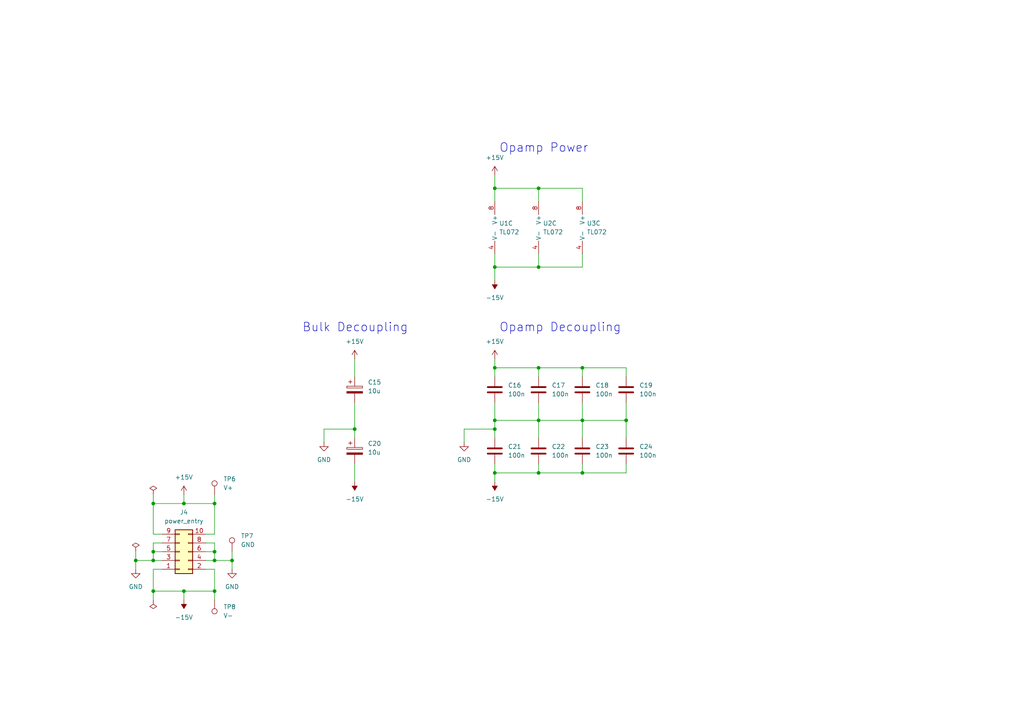
<source format=kicad_sch>
(kicad_sch (version 20211123) (generator eeschema)
  (paper "A4")
  (title_block (title "Josh Ox Ribbon Synth Sample and Hold Board") (date "2022-06-16") (rev "0") (comment 1 "creativecommons.org/licences/by/4.0") (comment 2 "License: CC by 4.0") (comment 3 "Author: Jordan Aceto"))
  (lib_symbols
    (symbol "Amplifier_Operational:TL072" (pin_names (offset 0.127))
      (property "Reference" "U" (at 0 5.08 0))
      (property "Value" "TL072" (at 0 -5.08 0))
      (symbol "TL072_1_1"
        (polyline (pts (xy -5.08 5.08) (xy 5.08 0) (xy -5.08 -5.08) (xy -5.08 5.08)) (stroke (width 0.254)) (fill (type background)))
        (pin output line (at 7.62 0 180) (length 2.54) (name "~") (number "1"))
        (pin input line (at -7.62 -2.54 0) (length 2.54) (name "-") (number "2"))
        (pin input line (at -7.62 2.54 0) (length 2.54) (name "+") (number "3"))
      )
      (symbol "TL072_2_1"
        (polyline (pts (xy -5.08 5.08) (xy 5.08 0) (xy -5.08 -5.08) (xy -5.08 5.08)) (stroke (width 0.254)) (fill (type background)))
        (pin input line (at -7.62 2.54 0) (length 2.54) (name "+") (number "5"))
        (pin input line (at -7.62 -2.54 0) (length 2.54) (name "-") (number "6"))
        (pin output line (at 7.62 0 180) (length 2.54) (name "~") (number "7"))
      )
      (symbol "TL072_3_1"
        (pin power_in line (at -2.54 -7.62 90) (length 3.81) (name "V-") (number "4"))
        (pin power_in line (at -2.54 7.62 270) (length 3.81) (name "V+") (number "8"))
      )
    )
    (symbol "Connector:TestPoint" (pin_numbers hide) (pin_names (offset 0.762) hide)
      (property "Reference" "TP" (at 0 6.858 0))
      (property "Value" "TestPoint" (at 0 5.08 0))
      (symbol "TestPoint_0_1"
        (circle (center 0 3.302) (radius 0.762))
      )
      (symbol "TestPoint_1_1"
        (pin passive line (at 0 0 90) (length 2.54) (name "1") (number "1"))
      )
    )
    (symbol "Connector_Generic:Conn_02x05_Odd_Even" (pin_names (offset 1.016) hide)
      (property "Reference" "J" (at 1.27 7.62 0))
      (property "Value" "Conn_02x05_Odd_Even" (at 1.27 -7.62 0))
      (symbol "Conn_02x05_Odd_Even_1_1"
        (rectangle (start -1.27 -4.953) (end 0 -5.207) (stroke (width 0.1524)))
        (rectangle (start -1.27 -2.413) (end 0 -2.667) (stroke (width 0.1524)))
        (rectangle (start -1.27 0.127) (end 0 -0.127) (stroke (width 0.1524)))
        (rectangle (start -1.27 2.667) (end 0 2.413) (stroke (width 0.1524)))
        (rectangle (start -1.27 5.207) (end 0 4.953) (stroke (width 0.1524)))
        (rectangle (start -1.27 6.35) (end 3.81 -6.35) (stroke (width 0.254)) (fill (type background)))
        (rectangle (start 3.81 -4.953) (end 2.54 -5.207) (stroke (width 0.1524)))
        (rectangle (start 3.81 -2.413) (end 2.54 -2.667) (stroke (width 0.1524)))
        (rectangle (start 3.81 0.127) (end 2.54 -0.127) (stroke (width 0.1524)))
        (rectangle (start 3.81 2.667) (end 2.54 2.413) (stroke (width 0.1524)))
        (rectangle (start 3.81 5.207) (end 2.54 4.953) (stroke (width 0.1524)))
        (pin passive line (at -5.08 5.08 0) (length 3.81) (name "Pin_1") (number "1"))
        (pin passive line (at 7.62 -5.08 180) (length 3.81) (name "Pin_10") (number "10"))
        (pin passive line (at 7.62 5.08 180) (length 3.81) (name "Pin_2") (number "2"))
        (pin passive line (at -5.08 2.54 0) (length 3.81) (name "Pin_3") (number "3"))
        (pin passive line (at 7.62 2.54 180) (length 3.81) (name "Pin_4") (number "4"))
        (pin passive line (at -5.08 0 0) (length 3.81) (name "Pin_5") (number "5"))
        (pin passive line (at 7.62 0 180) (length 3.81) (name "Pin_6") (number "6"))
        (pin passive line (at -5.08 -2.54 0) (length 3.81) (name "Pin_7") (number "7"))
        (pin passive line (at 7.62 -2.54 180) (length 3.81) (name "Pin_8") (number "8"))
        (pin passive line (at -5.08 -5.08 0) (length 3.81) (name "Pin_9") (number "9"))
      )
    )
    (symbol "Device:C" (pin_numbers hide) (pin_names (offset 0.254))
      (property "Reference" "C" (at 0.635 2.54 0))
      (property "Value" "C" (at 0.635 -2.54 0))
      (symbol "C_0_1"
        (polyline (pts (xy -2.032 -0.762) (xy 2.032 -0.762)) (stroke (width 0.508)))
        (polyline (pts (xy -2.032 0.762) (xy 2.032 0.762)) (stroke (width 0.508)))
      )
      (symbol "C_1_1"
        (pin passive line (at 0 3.81 270) (length 2.794) (name "~") (number "1"))
        (pin passive line (at 0 -3.81 90) (length 2.794) (name "~") (number "2"))
      )
    )
    (symbol "Device:C_Polarized" (pin_numbers hide) (pin_names (offset 0.254))
      (property "Reference" "C" (at 0.635 2.54 0))
      (property "Value" "C_Polarized" (at 0.635 -2.54 0))
      (symbol "C_Polarized_0_1"
        (rectangle (start -2.286 0.508) (end 2.286 1.016))
        (polyline (pts (xy -1.778 2.286) (xy -0.762 2.286)))
        (polyline (pts (xy -1.27 2.794) (xy -1.27 1.778)))
        (rectangle (start 2.286 -0.508) (end -2.286 -1.016) (fill (type outline)))
      )
      (symbol "C_Polarized_1_1"
        (pin passive line (at 0 3.81 270) (length 2.794) (name "~") (number "1"))
        (pin passive line (at 0 -3.81 90) (length 2.794) (name "~") (number "2"))
      )
    )
    (symbol "power:+15V" (power) (pin_names (offset 0))
      (property "Value" "+15V" (at 0 3.556 0))
      (symbol "+15V_0_1"
        (polyline (pts (xy -0.762 1.27) (xy 0 2.54)))
        (polyline (pts (xy 0 0) (xy 0 2.54)))
        (polyline (pts (xy 0 2.54) (xy 0.762 1.27)))
      )
      (symbol "+15V_1_1"
        (pin power_in line (at 0 0 90) (length 0) hide (name "+15V") (number "1"))
      )
    )
    (symbol "power:-15V" (power) (pin_names (offset 0))
      (property "Value" "-15V" (at 0 3.81 0))
      (symbol "-15V_0_0"
        (pin power_in line (at 0 0 90) (length 0) hide (name "-15V") (number "1"))
      )
      (symbol "-15V_0_1"
        (polyline (pts (xy 0 0) (xy 0 1.27) (xy 0.762 1.27) (xy 0 2.54) (xy -0.762 1.27) (xy 0 1.27)) (fill (type outline)))
      )
    )
    (symbol "power:GND" (power) (pin_names (offset 0))
      (property "Value" "GND" (at 0 -3.81 0))
      (symbol "GND_0_1"
        (polyline (pts (xy 0 0) (xy 0 -1.27) (xy 1.27 -1.27) (xy 0 -2.54) (xy -1.27 -1.27) (xy 0 -1.27)))
      )
      (symbol "GND_1_1"
        (pin power_in line (at 0 0 270) (length 0) hide (name "GND") (number "1"))
      )
    )
    (symbol "power:PWR_FLAG" (power) (pin_numbers hide) (pin_names (offset 0) hide)
      (property "Value" "PWR_FLAG" (at 0 3.81 0))
      (symbol "PWR_FLAG_0_0"
        (pin power_out line (at 0 0 90) (length 0) (name "pwr") (number "1"))
      )
      (symbol "PWR_FLAG_0_1"
        (polyline (pts (xy 0 0) (xy 0 1.27) (xy -1.016 1.905) (xy 0 2.54) (xy 1.016 1.905) (xy 0 1.27)))
      )
    )
  )
  (junction (at 62.23 160.02))
  (junction (at 156.21 106.68))
  (junction (at 168.91 137.16))
  (junction (at 44.45 160.02))
  (junction (at 143.51 106.68))
  (junction (at 39.37 162.56))
  (junction (at 156.21 77.47))
  (junction (at 156.21 121.92))
  (junction (at 156.21 54.61))
  (junction (at 44.45 162.56))
  (junction (at 53.34 171.45))
  (junction (at 143.51 77.47))
  (junction (at 156.21 137.16))
  (junction (at 44.45 171.45))
  (junction (at 62.23 146.05))
  (junction (at 143.51 137.16))
  (junction (at 67.31 162.56))
  (junction (at 181.61 121.92))
  (junction (at 62.23 171.45))
  (junction (at 53.34 146.05))
  (junction (at 143.51 121.92))
  (junction (at 143.51 124.46))
  (junction (at 168.91 121.92))
  (junction (at 44.45 146.05))
  (junction (at 62.23 162.56))
  (junction (at 168.91 106.68))
  (junction (at 102.87 124.46))
  (junction (at 143.51 54.61))
  (wire (pts (xy 143.51 134.62) (xy 143.51 137.16)))
  (wire (pts (xy 134.62 124.46) (xy 143.51 124.46)))
  (wire (pts (xy 156.21 77.47) (xy 143.51 77.47)))
  (wire (pts (xy 143.51 73.66) (xy 143.51 77.47)))
  (wire (pts (xy 62.23 146.05) (xy 53.34 146.05)))
  (wire (pts (xy 46.99 165.1) (xy 44.45 165.1)))
  (wire (pts (xy 53.34 143.51) (xy 53.34 146.05)))
  (wire (pts (xy 44.45 171.45) (xy 53.34 171.45)))
  (wire (pts (xy 156.21 121.92) (xy 156.21 116.84)))
  (wire (pts (xy 156.21 109.22) (xy 156.21 106.68)))
  (wire (pts (xy 168.91 121.92) (xy 168.91 116.84)))
  (wire (pts (xy 143.51 137.16) (xy 143.51 139.7)))
  (wire (pts (xy 44.45 157.48) (xy 44.45 160.02)))
  (wire (pts (xy 44.45 165.1) (xy 44.45 171.45)))
  (wire (pts (xy 156.21 54.61) (xy 143.51 54.61)))
  (wire (pts (xy 102.87 124.46) (xy 102.87 127)))
  (wire (pts (xy 143.51 81.28) (xy 143.51 77.47)))
  (wire (pts (xy 62.23 165.1) (xy 59.69 165.1)))
  (wire (pts (xy 156.21 106.68) (xy 143.51 106.68)))
  (wire (pts (xy 143.51 104.14) (xy 143.51 106.68)))
  (wire (pts (xy 181.61 106.68) (xy 181.61 109.22)))
  (wire (pts (xy 59.69 154.94) (xy 62.23 154.94)))
  (wire (pts (xy 39.37 160.02) (xy 39.37 162.56)))
  (wire (pts (xy 168.91 106.68) (xy 181.61 106.68)))
  (wire (pts (xy 102.87 134.62) (xy 102.87 139.7)))
  (wire (pts (xy 67.31 165.1) (xy 67.31 162.56)))
  (wire (pts (xy 59.69 162.56) (xy 62.23 162.56)))
  (wire (pts (xy 156.21 137.16) (xy 168.91 137.16)))
  (wire (pts (xy 39.37 162.56) (xy 44.45 162.56)))
  (wire (pts (xy 44.45 146.05) (xy 44.45 154.94)))
  (wire (pts (xy 168.91 77.47) (xy 156.21 77.47)))
  (wire (pts (xy 143.51 106.68) (xy 143.51 109.22)))
  (wire (pts (xy 168.91 54.61) (xy 168.91 58.42)))
  (wire (pts (xy 156.21 121.92) (xy 168.91 121.92)))
  (wire (pts (xy 143.51 50.8) (xy 143.51 54.61)))
  (wire (pts (xy 44.45 157.48) (xy 46.99 157.48)))
  (wire (pts (xy 62.23 173.99) (xy 62.23 171.45)))
  (wire (pts (xy 168.91 137.16) (xy 181.61 137.16)))
  (wire (pts (xy 134.62 128.27) (xy 134.62 124.46)))
  (wire (pts (xy 102.87 104.14) (xy 102.87 109.22)))
  (wire (pts (xy 59.69 160.02) (xy 62.23 160.02)))
  (wire (pts (xy 44.45 173.99) (xy 44.45 171.45)))
  (wire (pts (xy 168.91 54.61) (xy 156.21 54.61)))
  (wire (pts (xy 168.91 106.68) (xy 168.91 109.22)))
  (wire (pts (xy 59.69 157.48) (xy 62.23 157.48)))
  (wire (pts (xy 143.51 137.16) (xy 156.21 137.16)))
  (wire (pts (xy 62.23 162.56) (xy 62.23 160.02)))
  (wire (pts (xy 53.34 171.45) (xy 53.34 173.99)))
  (wire (pts (xy 67.31 162.56) (xy 62.23 162.56)))
  (wire (pts (xy 156.21 106.68) (xy 168.91 106.68)))
  (wire (pts (xy 156.21 54.61) (xy 156.21 58.42)))
  (wire (pts (xy 168.91 77.47) (xy 168.91 73.66)))
  (wire (pts (xy 46.99 162.56) (xy 44.45 162.56)))
  (wire (pts (xy 53.34 171.45) (xy 62.23 171.45)))
  (wire (pts (xy 143.51 116.84) (xy 143.51 121.92)))
  (wire (pts (xy 44.45 160.02) (xy 46.99 160.02)))
  (wire (pts (xy 62.23 143.51) (xy 62.23 146.05)))
  (wire (pts (xy 168.91 121.92) (xy 168.91 127)))
  (wire (pts (xy 143.51 54.61) (xy 143.51 58.42)))
  (wire (pts (xy 168.91 121.92) (xy 181.61 121.92)))
  (wire (pts (xy 44.45 154.94) (xy 46.99 154.94)))
  (wire (pts (xy 39.37 165.1) (xy 39.37 162.56)))
  (wire (pts (xy 44.45 143.51) (xy 44.45 146.05)))
  (wire (pts (xy 156.21 137.16) (xy 156.21 134.62)))
  (wire (pts (xy 156.21 127) (xy 156.21 121.92)))
  (wire (pts (xy 181.61 116.84) (xy 181.61 121.92)))
  (wire (pts (xy 168.91 134.62) (xy 168.91 137.16)))
  (wire (pts (xy 156.21 73.66) (xy 156.21 77.47)))
  (wire (pts (xy 143.51 121.92) (xy 143.51 124.46)))
  (wire (pts (xy 143.51 124.46) (xy 143.51 127)))
  (wire (pts (xy 62.23 160.02) (xy 62.23 157.48)))
  (wire (pts (xy 181.61 121.92) (xy 181.61 127)))
  (wire (pts (xy 67.31 160.02) (xy 67.31 162.56)))
  (wire (pts (xy 181.61 134.62) (xy 181.61 137.16)))
  (wire (pts (xy 44.45 160.02) (xy 44.45 162.56)))
  (wire (pts (xy 93.98 128.27) (xy 93.98 124.46)))
  (wire (pts (xy 53.34 146.05) (xy 44.45 146.05)))
  (wire (pts (xy 102.87 116.84) (xy 102.87 124.46)))
  (wire (pts (xy 156.21 121.92) (xy 143.51 121.92)))
  (wire (pts (xy 62.23 171.45) (xy 62.23 165.1)))
  (wire (pts (xy 62.23 154.94) (xy 62.23 146.05)))
  (wire (pts (xy 93.98 124.46) (xy 102.87 124.46)))
  (text "Opamp Decoupling" (at 144.78 96.52 0) (effects (font (size 2.5 2.5)) (justify left bottom)))
  (text "Opamp Power" (at 144.78 44.45 0) (effects (font (size 2.5 2.5)) (justify left bottom)))
  (text "Bulk Decoupling" (at 87.63 96.52 0) (effects (font (size 2.5 2.5)) (justify left bottom)))
  (symbol (lib_id "Device:C_Polarized") (at 102.87 130.81 0) (unit 1)
    (property "Reference" "C20" (at 106.68 128.6509 0) (effects (justify left)))
    (property "Value" "10u" (at 106.68 131.1909 0) (effects (justify left)))
    (property "Footprint" "Capacitor_THT:CP_Radial_D6.3mm_P2.50mm" (effects hide))
  )
  (symbol (lib_id "power:PWR_FLAG") (at 44.45 143.51 0) (unit 1)
    (property "Reference" "#FLG01" (effects hide))
    (property "Value" "PWR_FLAG" (effects hide))
  )
  (symbol (lib_id "Amplifier_Operational:TL072") (at 171.45 66.04 0) (unit 3)
    (property "Reference" "U3" (at 170.18 64.7699 0) (effects (justify left)))
    (property "Value" "TL072" (at 170.18 67.3099 0) (effects (justify left)))
    (property "Footprint" "Package_SO:SO-8_5.3x6.2mm_P1.27mm" (effects hide))
    (property "Datasheet" "http://www.ti.com/lit/ds/symlink/tl071.pdf" (effects hide))
  )
  (symbol (lib_id "Device:C") (at 143.51 130.81 0) (unit 1)
    (property "Reference" "C21" (at 147.32 129.5399 0) (effects (justify left)))
    (property "Value" "100n" (at 147.32 132.0799 0) (effects (justify left)))
    (property "Footprint" "Capacitor_SMD:C_0805_2012Metric" (effects hide))
  )
  (symbol (lib_id "Device:C") (at 168.91 130.81 0) (unit 1)
    (property "Reference" "C23" (at 172.72 129.5399 0) (effects (justify left)))
    (property "Value" "100n" (at 172.72 132.0799 0) (effects (justify left)))
    (property "Footprint" "Capacitor_SMD:C_0805_2012Metric" (effects hide))
  )
  (symbol (lib_id "power:GND") (at 93.98 128.27 0) (unit 1)
    (property "Reference" "#PWR030" (effects hide))
    (property "Value" "GND" (at 93.98 133.35 0))
  )
  (symbol (lib_id "Device:C_Polarized") (at 102.87 113.03 0) (unit 1)
    (property "Reference" "C15" (at 106.68 110.8709 0) (effects (justify left)))
    (property "Value" "10u" (at 106.68 113.4109 0) (effects (justify left)))
    (property "Footprint" "Capacitor_THT:CP_Radial_D6.3mm_P2.50mm" (effects hide))
  )
  (symbol (lib_id "Device:C") (at 181.61 113.03 0) (unit 1)
    (property "Reference" "C19" (at 185.42 111.7599 0) (effects (justify left)))
    (property "Value" "100n" (at 185.42 114.2999 0) (effects (justify left)))
    (property "Footprint" "Capacitor_SMD:C_0805_2012Metric" (effects hide))
  )
  (symbol (lib_id "Connector_Generic:Conn_02x05_Odd_Even") (at 52.07 160.02 0) (mirror x) (unit 1)
    (property "Reference" "J4" (at 53.34 148.59 0))
    (property "Value" "power_entry" (at 53.34 151.13 0))
    (property "Footprint" "Connector_IDC:IDC-Header_2x05_P2.54mm_Vertical" (effects hide))
  )
  (symbol (lib_id "Device:C") (at 156.21 130.81 0) (unit 1)
    (property "Reference" "C22" (at 160.02 129.5399 0) (effects (justify left)))
    (property "Value" "100n" (at 160.02 132.0799 0) (effects (justify left)))
    (property "Footprint" "Capacitor_SMD:C_0805_2012Metric" (effects hide))
  )
  (symbol (lib_id "power:PWR_FLAG") (at 39.37 160.02 0) (unit 1)
    (property "Reference" "#FLG02" (effects hide))
    (property "Value" "PWR_FLAG" (effects hide))
  )
  (symbol (lib_id "Device:C") (at 181.61 130.81 0) (unit 1)
    (property "Reference" "C24" (at 185.42 129.5399 0) (effects (justify left)))
    (property "Value" "100n" (at 185.42 132.0799 0) (effects (justify left)))
    (property "Footprint" "Capacitor_SMD:C_0805_2012Metric" (effects hide))
  )
  (symbol (lib_id "power:-15V") (at 143.51 81.28 180) (unit 1)
    (property "Reference" "#PWR027" (effects hide))
    (property "Value" "-15V" (at 143.51 86.36 0))
  )
  (symbol (lib_id "Amplifier_Operational:TL072") (at 158.75 66.04 0) (unit 3)
    (property "Reference" "U2" (at 157.48 64.7699 0) (effects (justify left)))
    (property "Value" "TL072" (at 157.48 67.3099 0) (effects (justify left)))
    (property "Footprint" "Package_SO:SO-8_5.3x6.2mm_P1.27mm" (effects hide))
    (property "Datasheet" "http://www.ti.com/lit/ds/symlink/tl071.pdf" (effects hide))
  )
  (symbol (lib_id "Connector:TestPoint") (at 67.31 160.02 0) (unit 1) (in_bom no)
    (property "Reference" "TP7" (at 69.85 155.4479 0) (effects (justify left)))
    (property "Value" "GND" (at 69.85 157.9879 0) (effects (justify left)))
    (property "Footprint" "TestPoint:TestPoint_Bridge_Pitch7.62mm_Drill1.3mm" (effects hide))
  )
  (symbol (lib_id "Connector:TestPoint") (at 62.23 173.99 180) (unit 1) (in_bom no)
    (property "Reference" "TP8" (at 64.77 176.0219 0) (effects (justify right)))
    (property "Value" "V-" (at 64.77 178.5619 0) (effects (justify right)))
    (property "Footprint" "TestPoint:TestPoint_Keystone_5000-5004_Miniature" (effects hide))
  )
  (symbol (lib_id "power:GND") (at 134.62 128.27 0) (unit 1)
    (property "Reference" "#PWR031" (effects hide))
    (property "Value" "GND" (at 134.62 133.35 0))
  )
  (symbol (lib_id "power:GND") (at 67.31 165.1 0) (unit 1)
    (property "Reference" "#PWR036" (effects hide))
    (property "Value" "GND" (at 67.31 170.18 0))
  )
  (symbol (lib_id "power:-15V") (at 53.34 173.99 180) (unit 1)
    (property "Reference" "#PWR037" (effects hide))
    (property "Value" "-15V" (at 53.34 179.07 0))
  )
  (symbol (lib_id "power:-15V") (at 143.51 139.7 180) (unit 1)
    (property "Reference" "#PWR033" (effects hide))
    (property "Value" "-15V" (at 143.51 144.78 0))
  )
  (symbol (lib_id "Connector:TestPoint") (at 62.23 143.51 0) (unit 1) (in_bom no)
    (property "Reference" "TP6" (at 64.77 138.9379 0) (effects (justify left)))
    (property "Value" "V+" (at 64.77 141.4779 0) (effects (justify left)))
    (property "Footprint" "TestPoint:TestPoint_Keystone_5000-5004_Miniature" (effects hide))
  )
  (symbol (lib_id "Device:C") (at 143.51 113.03 0) (unit 1)
    (property "Reference" "C16" (at 147.32 111.7599 0) (effects (justify left)))
    (property "Value" "100n" (at 147.32 114.2999 0) (effects (justify left)))
    (property "Footprint" "Capacitor_SMD:C_0805_2012Metric" (effects hide))
  )
  (symbol (lib_id "Amplifier_Operational:TL072") (at 146.05 66.04 0) (unit 3)
    (property "Reference" "U1" (at 144.78 64.7699 0) (effects (justify left)))
    (property "Value" "TL072" (at 144.78 67.3099 0) (effects (justify left)))
    (property "Footprint" "Package_SO:SO-8_5.3x6.2mm_P1.27mm" (effects hide))
    (property "Datasheet" "http://www.ti.com/lit/ds/symlink/tl071.pdf" (effects hide))
  )
  (symbol (lib_id "Device:C") (at 156.21 113.03 0) (unit 1)
    (property "Reference" "C17" (at 160.02 111.7599 0) (effects (justify left)))
    (property "Value" "100n" (at 160.02 114.2999 0) (effects (justify left)))
    (property "Footprint" "Capacitor_SMD:C_0805_2012Metric" (effects hide))
  )
  (symbol (lib_id "power:+15V") (at 143.51 104.14 0) (unit 1)
    (property "Reference" "#PWR029" (effects hide))
    (property "Value" "+15V" (at 143.51 99.06 0))
  )
  (symbol (lib_id "power:+15V") (at 102.87 104.14 0) (unit 1)
    (property "Reference" "#PWR028" (effects hide))
    (property "Value" "+15V" (at 102.87 99.06 0))
  )
  (symbol (lib_id "power:GND") (at 39.37 165.1 0) (mirror y) (unit 1)
    (property "Reference" "#PWR035" (effects hide))
    (property "Value" "GND" (at 39.37 170.18 0))
  )
  (symbol (lib_id "power:-15V") (at 102.87 139.7 180) (unit 1)
    (property "Reference" "#PWR032" (effects hide))
    (property "Value" "-15V" (at 102.87 144.78 0))
  )
  (symbol (lib_id "power:PWR_FLAG") (at 44.45 173.99 180) (unit 1)
    (property "Reference" "#FLG03" (effects hide))
    (property "Value" "PWR_FLAG" (effects hide))
  )
  (symbol (lib_id "power:+15V") (at 53.34 143.51 0) (unit 1)
    (property "Reference" "#PWR034" (effects hide))
    (property "Value" "+15V" (at 53.34 138.43 0))
  )
  (symbol (lib_id "Device:C") (at 168.91 113.03 0) (unit 1)
    (property "Reference" "C18" (at 172.72 111.7599 0) (effects (justify left)))
    (property "Value" "100n" (at 172.72 114.2999 0) (effects (justify left)))
    (property "Footprint" "Capacitor_SMD:C_0805_2012Metric" (effects hide))
  )
  (symbol (lib_id "power:+15V") (at 143.51 50.8 0) (unit 1)
    (property "Reference" "#PWR026" (effects hide))
    (property "Value" "+15V" (at 143.51 45.72 0))
  )
)
</source>
